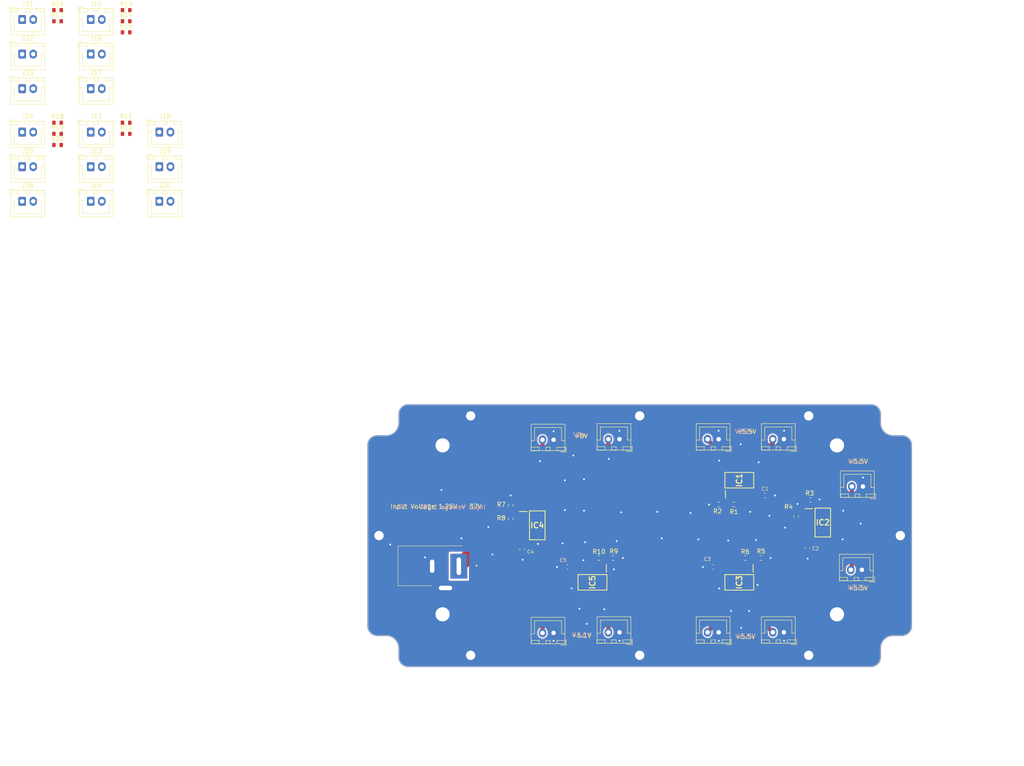
<source format=kicad_pcb>
(kicad_pcb (version 20221018) (generator pcbnew)
  (layers (0 "F.Cu" signal) (31 "B.Cu" signal) (34 "B.Paste" user) (35 "F.Paste" user) (36 "B.SilkS" user "B.Silkscreen") (37 "F.SilkS" user "F.Silkscreen") (38 "B.Mask" user) (39 "F.Mask" user) (44 "Edge.Cuts" user))
  (net 0 "")
  (net 1 "+8V")
  (net 2 "GND")
  (net 3 "Net-(IC4-INPUT)")
  (net 4 "Net-(IC1-ADJUST)")
  (net 5 "Net-(IC1-OUTPUT_1)")
  (net 6 "Net-(IC2-ADJUST)")
  (net 7 "Net-(IC2-OUTPUT_1)")
  (net 8 "Net-(IC3-ADJUST)")
  (net 9 "Net-(IC3-OUTPUT_1)")
  (net 10 "Net-(IC4-ADJUST)")
  (net 11 "Net-(IC5-ADJUST)")
  (net 12 "Net-(IC5-OUTPUT_1)")
  (net 13 "Net-(J12-Pin_1)")
  (net 14 "Net-(J13-Pin_1)")
  (net 15 "Net-(J14-Pin_1)")
  (net 16 "Net-(J15-Pin_1)")
  (net 17 "Net-(J16-Pin_1)")
  (net 18 "Net-(J17-Pin_1)")
  (net 19 "Net-(J18-Pin_1)")
  (net 20 "Net-(J19-Pin_1)")
  (net 21 "Net-(J20-Pin_1)")
  (net 22 "Net-(J21-Pin_1)")
  (net 23 "Net-(J22-Pin_1)")
  (net 24 "Net-(J23-Pin_1)")
  (net 25 "Net-(J24-Pin_1)")
  (net 26 "Net-(J25-Pin_1)")
  (net 27 "Net-(J26-Pin_1)")
  (footprint "Connector_JST:JST_XH_B2B-XH-A_1x02_P2.50mm_Vertical" (layer "F.Cu") (at 48.6778 -21.509)
    (fp_text reference "J18")
    (fp_text value "Conn_01x02_Pin")
  )
  (footprint "Connector_JST:JST_XH_B2B-XH-A_1x02_P2.50mm_Vertical" (layer "F.Cu") (at 137.541 47.879 180)
    (fp_text reference "J8" hide)
    (fp_text value "Conn_01x02_Pin")
  )
  (footprint "Resistor_SMD:R_0603_1608Metric" (layer "F.Cu") (at 25.7378 -23.629)
    (fp_text reference "R18")
    (fp_text value "3.3k")
  )
  (footprint "Capacitor_SMD:C_0603_1608Metric_0603 usual" (layer "F.Cu") (at 130.424 72.606 -90)
    (fp_text reference "C4")
    (fp_text value "0.1uF")
  )
  (footprint "Capacitor_SMD:C_0603_1608Metric_0603 usual" (layer "F.Cu") (at 140.678 76.576 180)
    (fp_text reference "C5")
    (fp_text value "0.1uF")
  )
  (footprint "Resistor_SMD:R_0603_1608Metric" (layer "F.Cu") (at 25.7378 -18.609)
    (fp_text reference "R20")
    (fp_text value "7k")
  )
  (footprint "Connector_JST:JST_XH_B2B-XH-A_1x02_P2.50mm_Vertical" (layer "F.Cu") (at 152.4 91.313 180)
    (fp_text reference "J11" hide)
    (fp_text value "Conn_01x02_Pin")
  )
  (footprint "Resistor_SMD:R_0603_1608Metric" (layer "F.Cu") (at 127.889 62.675 -90)
    (fp_text reference "R7")
    (fp_text value "7k")
  )
  (footprint "Capacitor_SMD:C_0603_1608Metric_0603 usual" (layer "F.Cu") (at 185.204 60.457)
    (fp_text reference "C1")
    (fp_text value "0.1uF")
  )
  (footprint "Music_Lab:DC_Socket_48402211" (layer "F.Cu") (at 116.1796 76.4032 -90)
    (fp_text reference "J9" hide)
    (fp_text value "DC_Socket_4840.2211" hide)
  )
  (footprint "Resistor_SMD:R_0603_1608Metric" (layer "F.Cu") (at 127.889 65.723 90)
    (fp_text reference "R8")
    (fp_text value "1k")
  )
  (footprint "Connector_JST:JST_XH_B2B-XH-A_1x02_P2.50mm_Vertical" (layer "F.Cu") (at 17.7578 -5.909)
    (fp_text reference "J26")
    (fp_text value "Conn_01x02_Pin")
  )
  (footprint "Resistor_SMD:R_0603_1608Metric" (layer "F.Cu") (at 41.1978 -49.029)
    (fp_text reference "R13")
    (fp_text value "3.3k")
  )
  (footprint "Resistor_SMD:R_0603_1608Metric" (layer "F.Cu") (at 25.7378 -49.029)
    (fp_text reference "R16")
    (fp_text value "5.4k")
  )
  (footprint "Connector_JST:JST_XH_B2B-XH-A_1x02_P2.50mm_Vertical" (layer "F.Cu") (at 33.2178 -5.909)
    (fp_text reference "J14")
    (fp_text value "Conn_01x02_Pin")
  )
  (footprint "Resistor_SMD:R_0603_1608Metric" (layer "F.Cu") (at 150.939 74.549 180)
    (fp_text reference "R9")
    (fp_text value "3.3k")
  )
  (footprint "Connector_JST:JST_XH_B2B-XH-A_1x02_P2.50mm_Vertical" (layer "F.Cu") (at 17.7578 -39.109)
    (fp_text reference "J22")
    (fp_text value "Conn_01x02_Pin")
  )
  (footprint "Connector_JST:JST_XH_B2B-XH-A_1x02_P2.50mm_Vertical" (layer "F.Cu") (at 33.2178 -13.709)
    (fp_text reference "J13")
    (fp_text value "Conn_01x02_Pin")
  )
  (footprint "Connector_JST:JST_XH_B2B-XH-A_1x02_P2.50mm_Vertical" (layer "F.Cu") (at 137.541 91.44 180)
    (fp_text reference "J10" hide)
    (fp_text value "Conn_01x02_Pin")
  )
  (footprint "Connector_JST:JST_XH_B2B-XH-A_1x02_P2.50mm_Vertical" (layer "F.Cu") (at 207.03 77.216 180)
    (fp_text reference "J4" hide)
    (fp_text value "Conn_01x02_Pin")
  )
  (footprint "Resistor_SMD:R_0603_1608Metric" (layer "F.Cu") (at 192.228 65.215 90)
    (fp_text reference "R4")
    (fp_text value "1k")
  )
  (footprint "Music_Lab:DC_LM317_SOT230P700X180-4N" (layer "F.Cu") (at 179.4 56.998 90)
    (fp_text reference "IC1")
    (fp_text value "DC_LM317MDCYR" hide)
  )
  (footprint "Resistor_SMD:R_0603_1608Metric" (layer "F.Cu") (at 178.193 62.484 180)
    (fp_text reference "R1")
    (fp_text value "1k")
  )
  (footprint "Connector_JST:JST_XH_B2B-XH-A_1x02_P2.50mm_Vertical" (layer "F.Cu") (at 17.7578 -21.509)
    (fp_text reference "J24")
    (fp_text value "Conn_01x02_Pin")
  )
  (footprint "Resistor_SMD:R_0603_1608Metric" (layer "F.Cu") (at 180.733 74.549)
    (fp_text reference "R6")
    (fp_text value "1k")
  )
  (footprint "Connector_JST:JST_XH_B2B-XH-A_1x02_P2.50mm_Vertical" (layer "F.Cu") (at 207.264 58.42 180)
    (fp_text reference "J3" hide)
    (fp_text value "Conn_01x02_Pin")
  )
  (footprint "Resistor_SMD:R_0603_1608Metric" (layer "F.Cu") (at 25.7378 -21.119)
    (fp_text reference "R19")
    (fp_text value "5.4k")
  )
  (footprint "Connector_JST:JST_XH_B2B-XH-A_1x02_P2.50mm_Vertical" (layer "F.Cu") (at 174.752 91.313 180)
    (fp_text reference "J5" hide)
    (fp_text value "Conn_01x02_Pin")
  )
  (footprint "Resistor_SMD:R_0603_1608Metric" (layer "F.Cu") (at 41.1978 -44.009)
    (fp_text reference "R15")
    (fp_text value "7k")
  )
  (footprint "Music_Lab:DC_LM317_SOT230P700X180-4N" (layer "F.Cu") (at 146.304 80.035 -90)
    (fp_text reference "IC5")
    (fp_text value "DC_LM317MDCYR" hide)
  )
  (footprint "Resistor_SMD:R_0603_1608Metric" (layer "F.Cu") (at 174.828 62.484)
    (fp_text reference "R2")
    (fp_text value "3.3k")
  )
  (footprint "Connector_JST:JST_XH_B2B-XH-A_1x02_P2.50mm_Vertical" (layer "F.Cu") (at 189.444 91.313 180)
    (fp_text reference "J6" hide)
    (fp_text value "Conn_01x02_Pin")
  )
  (footprint "Connector_JST:JST_XH_B2B-XH-A_1x02_P2.50mm_Vertical" (layer "F.Cu") (at 152.4 47.752 180)
    (fp_text reference "J7" hide)
    (fp_text value "Conn_01x02_Pin")
  )
  (footprint "Music_Lab:Outline_9x4_cavity_20230711" (layer "F.Cu") (at 158.05114 67.049388)
    (fp_text reference "outline1" hide)
    (fp_text value "~" hide)
    (fp_poly (pts (arc (start 60.147165 -17.957088) (mid 59.532757 -19.441973) (end 58.048165 -20.057088)) (arc (start 56.047165 -20.057088) (mid 53.996516 -20.907146) (end 53.147165 -22.958088)) (arc (start 53.147165 -24.957088) (mid 52.532111 -26.442034) (end 51.047165 -27.057088)) (arc (start -53.253466 -27.057088) (mid -54.738393 -26.442015) (end -55.353466 -24.957088)) (arc (start -55.353466 -22.958088) (mid -56.202797 -20.907126) (end -58.253466 -20.057088)) (arc (start -60.254235 -20.057088) (mid -61.702913 -19.478) (end -62.353235 -18.05987)) (arc (start -62.353235 22.875092) (mid -61.727618 24.339112) (end -60.254466 24.942912)) (arc (start -58.253466 24.942912) (mid -56.202796 25.792949) (end -55.353466 27.843912)) (arc (start -55.353466 29.842912) (mid -54.738391 31.327837) (end -53.253466 31.942912)) (arc (start 51.047165 31.942912) (mid 52.532089 31.327836) (end 53.147165 29.842912)) (arc (start 53.147165 27.843912) (mid 53.996495 25.792949) (end 56.047165 24.942912)) (arc (start 58.048165 24.942912) (mid 59.532737 24.327777) (end 60.147165 22.842912))) (stroke (width 0.1)) (fill none) (layer "Edge.Cuts"))
  )
  (footprint "Resistor_SMD:R_0603_1608Metric" (layer "F.Cu") (at 41.1978 -46.519)
    (fp_text reference "R14")
    (fp_text value "5.4k")
  )
  (footprint "Music_Lab:DC_LM317_SOT230P700X180-4N" (layer "F.Cu") (at 179.4 80.035 -90)
    (fp_text reference "IC3")
    (fp_text value "DC_LM317MDCYR" hide)
  )
  (footprint "Connector_JST:JST_XH_B2B-XH-A_1x02_P2.50mm_Vertical" (layer "F.Cu") (at 48.6778 -5.909)
    (fp_text reference "J20")
    (fp_text value "Conn_01x02_Pin")
  )
  (footprint "Connector_JST:JST_XH_B2B-XH-A_1x02_P2.50mm_Vertical" (layer "F.Cu") (at 48.6778 -13.709)
    (fp_text reference "J19")
    (fp_text value "Conn_01x02_Pin")
  )
  (footprint "Connector_JST:JST_XH_B2B-XH-A_1x02_P2.50mm_Vertical" (layer "F.Cu") (at 189.444 47.752 180)
    (fp_text reference "J2" hide)
    (fp_text value "Conn_01x02_Pin")
  )
  (footprint "Music_Lab:DC_LM317_SOT230P700X180-4N" (layer "F.Cu") (at 198.222 66.548)
    (fp_text reference "IC2")
    (fp_text value "DC_LM317MDCYR" hide)
  )
  (footprint "Resistor_SMD:R_0603_1608Metric" (layer "F.Cu") (at 147.765 74.549)
    (fp_text reference "R10")
    (fp_text value "1k")
  )
  (footprint "Capacitor_SMD:C_0603_1608Metric_0603 usual" (layer "F.Cu") (at 173.52 76.576 180)
    (fp_text reference "C3")
    (fp_text value "0.1uF")
  )
  (footprint "Connector_JST:JST_XH_B2B-XH-A_1x02_P2.50mm_Vertical" (layer "F.Cu") (at 33.2178 -31.309)
    (fp_text reference "J17")
    (fp_text value "Conn_01x02_Pin")
  )
  (footprint "Connector_JST:JST_XH_B2B-XH-A_1x02_P2.50mm_Vertical" (layer "F.Cu") (at 33.2178 -46.909)
    (fp_text reference "J15")
    (fp_text value "Conn_01x02_Pin")
  )
  (footprint "Connector_JST:JST_XH_B2B-XH-A_1x02_P2.50mm_Vertical" (layer "F.Cu") (at 17.7578 -13.709)
    (fp_text reference "J25")
    (fp_text value "Conn_01x02_Pin")
  )
  (footprint "Resistor_SMD:R_0603_1608Metric" (layer "F.Cu") (at 25.7378 -46.519)
    (fp_text reference "R17")
    (fp_text value "7k")
  )
  (footprint "Music_Lab:DC_LM317_SOT230P700X180-4N" (layer "F.Cu") (at 133.858 67.183)
    (fp_text reference "IC4")
    (fp_text value "DC_LM317MDCYR" hide)
  )
  (footprint "Connector_JST:JST_XH_B2B-XH-A_1x02_P2.50mm_Vertical" (layer "F.Cu") (at 17.7578 -31.309)
    (fp_text reference "J23")
    (fp_text value "Conn_01x02_Pin")
  )
  (footprint "Resistor_SMD:R_0603_1608Metric" (layer "F.Cu") (at 184.289 74.549 180)
    (fp_text reference "R5")
    (fp_text value "7k")
  )
  (footprint "Resistor_SMD:R_0603_1608Metric" (layer "F.Cu") (at 41.1978 -23.629)
    (fp_text reference "R11")
    (fp_text value "5.4k")
  )
  (footprint "Capacitor_SMD:C_0603_1608Metric_0603 usual" (layer "F.Cu") (at 194.763 72.352 -90)
    (fp_text reference "C2")
    (fp_text value "0.1uF")
  )
  (footprint "Connector_JST:JST_XH_B2B-XH-A_1x02_P2.50mm_Vertical" (layer "F.Cu") (at 174.752 47.752 180)
    (fp_text reference "J1" hide)
    (fp_text value "Conn_01x02_Pin")
  )
  (footprint "Connector_JST:JST_XH_B2B-XH-A_1x02_P2.50mm_Vertical" (layer "F.Cu") (at 33.2178 -39.109)
    (fp_text reference "J16")
    (fp_text value "Conn_01x02_Pin")
  )
  (footprint "Connector_JST:JST_XH_B2B-XH-A_1x02_P2.50mm_Vertical" (layer "F.Cu") (at 17.7578 -46.909)
    (fp_text reference "J21")
    (fp_text value "Conn_01x02_Pin")
  )
  (footprint "Resistor_SMD:R_0603_1608Metric" (layer "F.Cu") (at 195.467 61.468 180)
    (fp_text reference "R3")
    (fp_text value "5.4k")
  )
  (footprint "Connector_JST:JST_XH_B2B-XH-A_1x02_P2.50mm_Vertical" (layer "F.Cu") (at 33.2178 -21.509)
    (fp_text reference "J12")
    (fp_text value "Conn_01x02_Pin")
  )
  (footprint "Resistor_SMD:R_0603_1608Metric" (layer "F.Cu") (at 41.1978 -21.119)
    (fp_text reference "R12")
    (fp_text value "3.3k")
  )
  (gr_text "+8V" (at 145.161 47.371) (layer "B.SilkS") (effects (font (size 1 1)) (justify left bottom mirror)))
  (gr_text "+5.5V" (at 208.534 53.34) (layer "B.SilkS") (effects (font (size 1 1)) (justify left bottom mirror)))
  (gr_text "+5.5V" (at 183.134 92.837) (layer "B.SilkS") (effects (font (size 1 1)) (justify left bottom mirror)))
  (gr_text "+6.1V" (at 146.304 92.456) (layer "B.SilkS") (effects (font (size 1 1)) (justify left bottom mirror)))
  (gr_text "Input Voltage 1.25V - 37V" (at 122.301 63.627) (layer "B.SilkS") (effects (font (size 1 1)) (justify left bottom mirror)))
  (gr_text "+5.5V" (at 183.007 46.609) (layer "B.SilkS") (effects (font (size 1 1)) (justify left bottom mirror)))
  (gr_text "+5.5V" (at 208.407 81.788) (layer "B.SilkS") (effects (font (size 1 1)) (justify left bottom mirror)))
  (gr_text "+8V" (at 142.113 47.625) (layer "F.SilkS") (effects (font (size 1 1)) (justify left bottom)))
  (gr_text "+5.5V" (at 203.835 53.34) (layer "F.SilkS") (effects (font (size 1 1)) (justify left bottom)))
  (gr_text "Input Voltage 1.25V - 37V" (at 100.711 63.5) (layer "F.SilkS") (effects (font (size 1 1)) (justify left bottom)))
  (gr_text "+6.1V" (at 141.478 92.583) (layer "F.SilkS") (effects (font (size 1 1)) (justify left bottom)))
  (gr_text "+5.5V" (at 178.689 46.609) (layer "F.SilkS") (effects (font (size 1 1)) (justify left bottom)))
  (gr_text "+5.5V" (at 203.835 81.915) (layer "F.SilkS") (effects (font (size 1 1)) (justify left bottom)))
  (gr_text "+5.5V" (at 178.435 92.837) (layer "F.SilkS") (effects (font (size 1 1)) (justify left bottom)))
  (segment (start 174.624 76.885) (end 174.32 76.581) (width 0.95) (layer "F.Cu") (net 1))
  (segment (start 184.404 60.452) (end 184.404 67.183) (width 0.95) (layer "F.Cu") (net 1))
  (segment (start 194.768 71.552) (end 191.694 71.552) (width 0.95) (layer "F.Cu") (net 1))
  (segment (start 138.938 53.34) (end 145.542 53.34) (width 0.95) (layer "F.Cu") (net 1))
  (segment (start 141.478 76.581) (end 143.7 76.581) (width 0.95) (layer "F.Cu") (net 1))
  (segment (start 142.24 76.327) (end 141.986 76.581) (width 0.95) (layer "F.Cu") (net 1))
  (segment (start 149.9 48.982) (end 149.9 48.514) (width 0.95) (layer "F.Cu") (net 1))
  (segment (start 132.334 67.183) (end 132.461 67.056) (width 0.95) (layer "F.Cu") (net 1))
  (segment (start 142.24 53.34) (end 142.24 67.183) (width 0.95) (layer "F.Cu") (net 1))
  (segment (start 174.32 67.615) (end 174.32 76.581) (width 0.95) (layer "F.Cu") (net 1))
  (segment (start 132.588 67.183) (end 137.008 67.183) (width 1.32) (layer "F.Cu") (net 1))
  (segment (start 137.008 67.183) (end 184.404 67.183) (width 3.2) (layer "F.Cu") (net 1))
  (segment (start 128.524 67.183) (end 127.889 66.548) (width 0.95) (layer "F.Cu") (net 1))
  (segment (start 184.404 67.183) (end 188.722 71.501) (width 3.2) (layer "F.Cu") (net 1))
  (segment (start 177.1 76.885) (end 174.624 76.885) (width 0.95) (layer "F.Cu") (net 1))
  (segment (start 194.768 71.552) (end 194.768 69.152) (width 0.95) (layer "F.Cu") (net 1))
  (segment (start 191.694 71.552) (end 191.643 71.501) (width 0.95) (layer "F.Cu") (net 1))
  (segment (start 130.708 67.183) (end 128.524 67.183) (width 0.95) (layer "F.Cu") (net 1))
  (segment (start 142.24 67.183) (end 137.008 67.183) (width 3.2) (layer "F.Cu") (net 1))
  (segment (start 184.1 60.148) (end 184.404 60.452) (width 0.95) (layer "F.Cu") (net 1))
  (segment (start 194.768 69.152) (end 195.072 68.848) (width 0.95) (layer "F.Cu") (net 1))
  (segment (start 142.24 67.183) (end 142.24 76.327) (width 0.95) (layer "F.Cu") (net 1))
  (segment (start 174.752 67.183) (end 174.32 67.615) (width 0.95) (layer "F.Cu") (net 1))
  (segment (start 181.7 60.148) (end 184.1 60.148) (width 0.95) (layer "F.Cu") (net 1))
  (segment (start 188.722 71.501) (end 191.643 71.501) (width 3.2) (layer "F.Cu") (net 1))
  (segment (start 145.542 53.34) (end 149.9 48.982) (width 0.95) (layer "F.Cu") (net 1))
  (segment (start 135.041 49.443) (end 135.041 47.879) (width 0.95) (layer "F.Cu") (net 1))
  (segment (start 130.708 67.183) (end 132.334 67.183) (width 0.95) (layer "F.Cu") (net 1))
  (segment (start 138.938 53.34) (end 135.041 49.443) (width 0.95) (layer "F.Cu") (net 1))
  (segment (start 137.008 67.183) (end 174.32 67.183) (width 0.95) (layer "F.Cu") (net 1))
  (segment (start 143.7 76.581) (end 144.004 76.885) (width 0.95) (layer "F.Cu") (net 1))
  (segment (start 137.2 91.313) (end 137.2 90.765) (width 0.95) (layer "F.Cu") (net 2))
  (via (at 168.402 64.389) (size 0.8) (drill 0.4) (layers "F.Cu" "B.Cu") (net 2))
  (via (at 148.971 86.106) (size 0.8) (drill 0.4) (layers "F.Cu" "B.Cu") (net 2))
  (via (at 152.4 93.218) (size 0.8) (drill 0.4) (layers "F.Cu" "B.Cu") (net 2))
  (via (at 153.162 74.549) (size 0.8) (drill 0.4) (layers "F.Cu" "B.Cu") (net 2))
  (via (at 100.711 71.501) (size 0.8) (drill 0.4) (layers "F.Cu" "B.Cu") (net 2))
  (via (at 197.485 61.341) (size 0.8) (drill 0.4) (layers "F.Cu" "B.Cu") (net 2))
  (via (at 172.593 62.484) (size 0.8) (drill 0.4) (layers "F.Cu" "B.Cu") (net 2))
  (via (at 112.522 49.149) (size 5.6) (drill 3.2) (layers "F.Cu" "B.Cu") (net 2))
  (via (at 152.781 64.262) (size 0.8) (drill 0.4) (layers "F.Cu" "B.Cu") (net 2))
  (via (at 130.556 74.93) (size 0.8) (drill 0.4) (layers "F.Cu" "B.Cu") (net 2))
  (via (at 183.515 80.645) (size 0.8) (drill 0.4) (layers "F.Cu" "B.Cu") (net 2))
  (via (at 174.752 45.847) (size 0.8) (drill 0.4) (layers "F.Cu" "B.Cu") (net 2))
  (via (at 123.7488 73.7616) (size 0.8) (drill 0.4) (layers "F.Cu" "B.Cu") (net 2))
  (via (at 201.422 49.149) (size 5.6) (drill 3.2) (layers "F.Cu" "B.Cu") (net 2))
  (via (at 144.272 75.057) (size 0.8) (drill 0.4) (layers "F.Cu" "B.Cu") (net 2))
  (via (at 202.692 70.358) (size 0.8) (drill 0.4) (layers "F.Cu" "B.Cu") (net 2))
  (via (at 170.18 70.358) (size 0.8) (drill 0.4) (layers "F.Cu" "B.Cu") (net 2))
  (via (at 174.879 81.407) (size 0.8) (drill 0.4) (layers "F.Cu" "B.Cu") (net 2))
  (via (at 160.909 64.135) (size 0.8) (drill 0.4) (layers "F.Cu" "B.Cu") (net 2))
  (via (at 112.268 59.2328) (size 0.8) (drill 0.4) (layers "F.Cu" "B.Cu") (net 2))
  (via (at 145.034 89.408) (size 0.8) (drill 0.4) (layers "F.Cu" "B.Cu") (net 2))
  (via (at 202.819 63.881) (size 0.8) (drill 0.4) (layers "F.Cu" "B.Cu") (net 2))
  (via (at 186.182 65.024) (size 0.8) (drill 0.4) (layers "F.Cu" "B.Cu") (net 2))
  (via (at 137.541 45.974) (size 0.8) (drill 0.4) (layers "F.Cu" "B.Cu") (net 2))
  (via (at 108.585 74.422) (size 0.8) (drill 0.4) (layers "F.Cu" "B.Cu") (net 2))
  (via (at 192.532 62.357) (size 0.8) (drill 0.4) (layers "F.Cu" "B.Cu") (net 2))
  (via (at 140.081 63.754) (size 0.8) (drill 0.4) (layers "F.Cu" "B.Cu") (net 2))
  (via (at 134.493 52.705) (size 0.8) (drill 0.4) (layers "F.Cu" "B.Cu") (net 2))
  (via (at 140.081 57.023) (size 0.8) (drill 0.4) (layers "F.Cu" "B.Cu") (net 2))
  (via (at 174.752 93.218) (size 0.8) (drill 0.4) (layers "F.Cu" "B.Cu") (net 2))
  (via (at 161.925 70.104) (size 0.8) (drill 0.4) (layers "F.Cu" "B.Cu") (net 2))
  (via (at 151.13 77.089) (size 0.8) (drill 0.4) (layers "F.Cu" "B.Cu") (net 2))
  (via (at 194.818 74.676) (size 0.8) (drill 0.4) (layers "F.Cu" "B.Cu") (net 2))
  (via (at 171.196 76.581) (size 0.8) (drill 0.4) (layers "F.Cu" "B.Cu") (net 2))
  (via (at 141.605 81.407) (size 0.8) (drill 0.4) (layers "F.Cu" "B.Cu") (net 2))
  (via (at 127.889 60.452) (size 0.8) (drill 0.4) (layers "F.Cu" "B.Cu") (net 2))
  (via (at 179.705 48.895) (size 0.8) (drill 0.4) (layers "F.Cu" "B.Cu") (net 2))
  (via (at 181.61 86.487) (size 0.8) (drill 0.4) (layers "F.Cu" "B.Cu") (net 2))
  (via (at 177.546 86.487) (size 0.8) (drill 0.4) (layers "F.Cu" "B.Cu") (net 2))
  (via (at 144.653 70.993) (size 0.8) (drill 0.4) (layers "F.Cu" "B.Cu") (net 2))
  (via (at 176.911 70.612) (size 0.8) (drill 0.4) (layers "F.Cu" "B.Cu") (net 2))
  (via (at 144.399 56.769) (size 0.8) (drill 0.4) (layers "F.Cu" "B.Cu") (net 2))
  (via (at 186.436 74.549) (size 0.8) (drill 0.4) (layers "F.Cu" "B.Cu") (net 2))
  (via (at 141.986 51.435) (size 0.8) (drill 0.4) (layers "F.Cu" "B.Cu") (net 2))
  (via (at 112.522 87.249) (size 5.6) (drill 3.2) (layers "F.Cu" "B.Cu") (net 2))
  (via (at 139.573 71.247) (size 0.8) (drill 0.4) (layers "F.Cu" "B.Cu") (net 2))
  (via (at 181.864 64.135) (size 0.8) (drill 0.4) (layers "F.Cu" "B.Cu") (net 2))
  (via (at 187.452 60.452) (size 0.8) (drill 0.4) (layers "F.Cu" "B.Cu") (net 2))
  (via (at 179.832 90.297) (size 0.8) (drill 0.4) (layers "F.Cu" "B.Cu") (net 2))
  (via (at 144.399 63.881) (size 0.8) (drill 0.4) (layers "F.Cu" "B.Cu") (net 2))
  (via (at 143.383 85.979) (size 0.8) (drill 0.4) (layers "F.Cu" "B.Cu") (net 2))
  (via (at 183.134 70.485) (size 0.8) (drill 0.4) (layers "F.Cu" "B.Cu") (net 2))
  (via (at 207.264 56.388) (size 0.8) (drill 0.4) (layers "F.Cu" "B.Cu") (net 2))
  (via (at 183.769 52.959) (size 0.8) (drill 0.4) (layers "F.Cu" "B.Cu") (net 2))
  (via (at 189.484 45.847) (size 0.8) (drill 0.4) (layers "F.Cu" "B.Cu") (net 2))
  (via (at 122.8344 67.564) (size 0.8) (drill 0.4) (layers "F.Cu" "B.Cu") (net 2))
  (via (at 116.766393 70.094193) (size 0.8) (drill 0.4) (layers "F.Cu" "B.Cu") (net 2))
  (via (at 201.422 87.249) (size 5.6) (drill 3.2) (layers "F.Cu" "B.Cu") (net 2))
  (via (at 206.756 66.802) (size 0.8) (drill 0.4) (layers "F.Cu" "B.Cu") (net 2))
  (via (at 149.987 52.197) (size 0.8) (drill 0.4) (layers "F.Cu" "B.Cu") (net 2))
  (via (at 189.484 93.218) (size 0.8) (drill 0.4) (layers "F.Cu" "B.Cu") (net 2))
  (via (at 174.879 52.578) (size 0.8) (drill 0.4) (layers "F.Cu" "B.Cu") (net 2))
  (via (at 189.738 67.691) (size 0.8) (drill 0.4) (layers "F.Cu" "B.Cu") (net 2))
  (via (at 151.765 70.739) (size 0.8) (drill 0.4) (layers "F.Cu" "B.Cu") (net 2))
  (via (at 137.541 93.218) (size 0.8) (drill 0.4) (layers "F.Cu" "B.Cu") (net 2))
  (via (at 133.985 71.374) (size 0.8) (drill 0.4) (layers "F.Cu" "B.Cu") (net 2))
  (via (at 138.303 76.581) (size 0.8) (drill 0.4) (layers "F.Cu" "B.Cu") (net 2))
  (via (at 152.4 45.847) (size 0.8) (drill 0.4) (layers "F.Cu" "B.Cu") (net 2))
  (segment (start 122.2248 70.358) (end 130.302 70.358) (width 3.2) (layer "F.Cu") (net 3))
  (segment (start 116.1796 76.4032) (end 122.2248 70.358) (width 3.2) (layer "F.Cu") (net 3))
  (segment (start 177.1 60.148) (end 177.1 62.216) (width 0.95) (layer "F.Cu") (net 4))
  (segment (start 177.1 62.216) (end 177.368 62.484) (width 0.95) (layer "F.Cu") (net 4))
  (segment (start 177.368 62.484) (end 175.653 62.484) (width 0.95) (layer "F.Cu") (net 4))
  (segment (start 174.887852 50.546) (end 179.324 50.546) (width 0.95) (layer "F.Cu") (net 5))
  (segment (start 185.039 50.546) (end 186.944 48.641) (width 0.95) (layer "F.Cu") (net 5))
  (segment (start 179.4 50.622) (end 179.324 50.546) (width 0.95) (layer "F.Cu") (net 5))
  (segment (start 179.4 53.848) (end 179.4 50.622) (width 0.95) (layer "F.Cu") (net 5))
  (segment (start 172.252 47.910148) (end 174.887852 50.546) (width 0.95) (layer "F.Cu") (net 5))
  (segment (start 172.252 47.752) (end 172.252 47.910148) (width 0.95) (layer "F.Cu") (net 5))
  (segment (start 179.324 62.178) (end 179.324 60.224) (width 0.95) (layer "F.Cu") (net 5))
  (segment (start 179.4 60.148) (end 179.4 53.848) (width 0.95) (layer "F.Cu") (net 5))
  (segment (start 179.324 60.224) (end 179.4 60.148) (width 0.95) (layer "F.Cu") (net 5))
  (segment (start 179.324 50.546) (end 185.039 50.546) (width 0.95) (layer "F.Cu") (net 5))
  (segment (start 186.944 48.641) (end 186.944 47.752) (width 0.95) (layer "F.Cu") (net 5))
  (segment (start 179.018 62.484) (end 179.324 62.178) (width 0.95) (layer "F.Cu") (net 5))
  (segment (start 195.072 64.248) (end 192.37 64.248) (width 0.95) (layer "F.Cu") (net 6))
  (segment (start 192.37 64.248) (end 192.228 64.39) (width 0.95) (layer "F.Cu") (net 6))
  (segment (start 195.072 64.248) (end 194.564 63.74) (width 0.95) (layer "F.Cu") (net 6))
  (segment (start 194.564 63.74) (end 194.564 61.546) (width 0.95) (layer "F.Cu") (net 6))
  (segment (start 194.564 61.546) (end 194.642 61.468) (width 0.95) (layer "F.Cu") (net 6))
  (segment (start 192.736 66.548) (end 192.228 66.04) (width 0.95) (layer "F.Cu") (net 7))
  (segment (start 195.072 66.548) (end 192.736 66.548) (width 0.95) (layer "F.Cu") (net 7))
  (segment (start 204.764 58.42) (end 204.764 66.548) (width 0.95) (layer "F.Cu") (net 7))
  (segment (start 204.764 76.982) (end 204.53 77.216) (width 0.95) (layer "F.Cu") (net 7))
  (segment (start 201.372 66.548) (end 204.764 66.548) (width 0.95) (layer "F.Cu") (net 7))
  (segment (start 201.372 66.548) (end 195.072 66.548) (width 0.95) (layer "F.Cu") (net 7))
  (segment (start 204.764 66.548) (end 204.764 76.982) (width 0.95) (layer "F.Cu") (net 7))
  (segment (start 181.7 76.885) (end 181.7 74.691) (width 0.95) (layer "F.Cu") (net 8))
  (segment (start 181.7 74.691) (end 181.558 74.549) (width 0.95) (layer "F.Cu") (net 8))
  (segment (start 181.558 74.549) (end 183.464 74.549) (width 0.95) (layer "F.Cu") (net 8))
  (segment (start 179.4 88.443) (end 179.324 88.519) (width 0.95) (layer "F.Cu") (net 9))
  (segment (start 179.324 88.519) (end 184.15 88.519) (width 0.95) (layer "F.Cu") (net 9))
  (segment (start 184.15 88.519) (end 186.944 91.313) (width 0.95) (layer "F.Cu") (net 9))
  (segment (start 172.252 91.313) (end 172.252 91.154852) (width 0.95) (layer "F.Cu") (net 9))
  (segment (start 179.4 76.885) (end 179.4 75.057) (width 0.95) (layer "F.Cu") (net 9))
  (segment (start 174.887852 88.519) (end 179.324 88.519) (width 0.95) (layer "F.Cu") (net 9))
  (segment (start 179.4 76.885) (end 179.4 83.185) (width 0.95) (layer "F.Cu") (net 9))
  (segment (start 179.4 83.185) (end 179.4 88.443) (width 0.95) (layer "F.Cu") (net 9))
  (segment (start 172.252 91.154852) (end 174.887852 88.519) (width 0.95) (layer "F.Cu") (net 9))
  (segment (start 179.4 75.057) (end 179.908 74.549) (width 0.95) (layer "F.Cu") (net 9))
  (segment (start 127.904 64.883) (end 127.889 64.898) (width 0.95) (layer "F.Cu") (net 10))
  (segment (start 130.708 64.883) (end 127.904 64.883) (width 0.95) (layer "F.Cu") (net 10))
  (segment (start 127.889 63.5) (end 127.889 64.898) (width 0.95) (layer "F.Cu") (net 10))
  (segment (start 148.604 76.885) (end 148.604 74.563) (width 0.95) (layer "F.Cu") (net 11))
  (segment (start 148.604 74.563) (end 148.59 74.549) (width 0.95) (layer "F.Cu") (net 11))
  (segment (start 148.59 74.549) (end 150.114 74.549) (width 0.95) (layer "F.Cu") (net 11))
  (segment (start 146.304 83.185) (end 146.304 87.757) (width 0.95) (layer "F.Cu") (net 12))
  (segment (start 137.074 87.757) (end 135.041 89.79) (width 0.95) (layer "F.Cu") (net 12))
  (segment (start 146.304 87.757) (end 137.074 87.757) (width 0.95) (layer "F.Cu") (net 12))
  (segment (start 148.884 87.757) (end 149.9 88.773) (width 0.95) (layer "F.Cu") (net 12))
  (segment (start 149.9 88.773) (end 149.9 91.313) (width 0.95) (layer "F.Cu") (net 12))
  (segment (start 146.304 76.885) (end 146.304 83.185) (width 0.95) (layer "F.Cu") (net 12))
  (segment (start 146.304 76.885) (end 146.304 75.185) (width 0.95) (layer "F.Cu") (net 12))
  (segment (start 146.304 87.757) (end 148.884 87.757) (width 0.95) (layer "F.Cu") (net 12))
  (segment (start 146.304 75.185) (end 146.94 74.549) (width 0.95) (layer "F.Cu") (net 12))
  (segment (start 135.041 89.79) (end 135.041 91.44) (width 0.95) (layer "F.Cu") (net 12))
  (zone (net 2) (net_name "GND") (layers "F&B.Cu") (connect_pads yes (clearance 0.3)) (min_thickness 0.25) (fill yes (thermal_gap 0.5) (thermal_bridge_width 0.5) (smoothing chamfer))
    (polygon (pts (xy 83.439 29.337) (xy 243.586 29.083) (xy 241.935 121.539) (xy 67.818 121.539)))
  )
)
</source>
